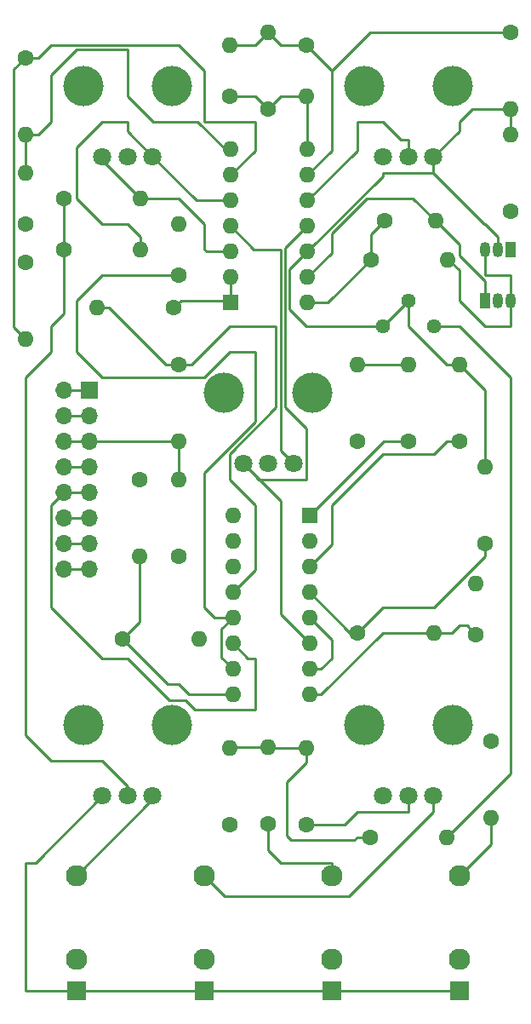
<source format=gtl>
%TF.GenerationSoftware,KiCad,Pcbnew,(6.0.7)*%
%TF.CreationDate,2022-08-28T16:32:12+02:00*%
%TF.ProjectId,filter,66696c74-6572-42e6-9b69-6361645f7063,rev?*%
%TF.SameCoordinates,Original*%
%TF.FileFunction,Copper,L1,Top*%
%TF.FilePolarity,Positive*%
%FSLAX46Y46*%
G04 Gerber Fmt 4.6, Leading zero omitted, Abs format (unit mm)*
G04 Created by KiCad (PCBNEW (6.0.7)) date 2022-08-28 16:32:12*
%MOMM*%
%LPD*%
G01*
G04 APERTURE LIST*
%TA.AperFunction,ComponentPad*%
%ADD10O,1.600000X1.600000*%
%TD*%
%TA.AperFunction,ComponentPad*%
%ADD11R,1.600000X1.600000*%
%TD*%
%TA.AperFunction,WasherPad*%
%ADD12C,4.000000*%
%TD*%
%TA.AperFunction,ComponentPad*%
%ADD13C,1.800000*%
%TD*%
%TA.AperFunction,ComponentPad*%
%ADD14C,1.600000*%
%TD*%
%TA.AperFunction,ComponentPad*%
%ADD15R,1.930000X1.830000*%
%TD*%
%TA.AperFunction,ComponentPad*%
%ADD16C,2.130000*%
%TD*%
%TA.AperFunction,ComponentPad*%
%ADD17O,1.050000X1.500000*%
%TD*%
%TA.AperFunction,ComponentPad*%
%ADD18R,1.050000X1.500000*%
%TD*%
%TA.AperFunction,ComponentPad*%
%ADD19O,1.700000X1.700000*%
%TD*%
%TA.AperFunction,ComponentPad*%
%ADD20R,1.700000X1.700000*%
%TD*%
%TA.AperFunction,ComponentPad*%
%ADD21C,1.440000*%
%TD*%
%TA.AperFunction,Conductor*%
%ADD22C,0.250000*%
%TD*%
G04 APERTURE END LIST*
D10*
X144874245Y-77149368D03*
X144874245Y-74609368D03*
X144874245Y-72069368D03*
X144874245Y-69529368D03*
X144874245Y-66989368D03*
X144874245Y-64449368D03*
X144874245Y-61909368D03*
X137254245Y-61909368D03*
X137254245Y-64449368D03*
X137254245Y-66989368D03*
X137254245Y-69529368D03*
X137254245Y-72069368D03*
X137254245Y-74609368D03*
D11*
X137254245Y-77149368D03*
D12*
X150540000Y-119130000D03*
X159340000Y-119130000D03*
D13*
X157440000Y-126130000D03*
X154940000Y-126130000D03*
X152440000Y-126130000D03*
D10*
X116840000Y-64200000D03*
D14*
X116840000Y-69280000D03*
D10*
X158858077Y-72858635D03*
D14*
X151238077Y-72858635D03*
D12*
X150540000Y-55630000D03*
X159340000Y-55630000D03*
D13*
X157440000Y-62630000D03*
X154940000Y-62630000D03*
X152440000Y-62630000D03*
D10*
X134174436Y-110518109D03*
D14*
X126554436Y-110518109D03*
D10*
X149860000Y-83250000D03*
D14*
X149860000Y-90870000D03*
D12*
X131400000Y-55630000D03*
X122600000Y-55630000D03*
D13*
X129500000Y-62630000D03*
X127000000Y-62630000D03*
X124500000Y-62630000D03*
D10*
X128270000Y-71820000D03*
D14*
X120650000Y-71820000D03*
D10*
X165100000Y-60390000D03*
D14*
X165100000Y-68010000D03*
D10*
X140970000Y-50230000D03*
D14*
X140970000Y-57850000D03*
D10*
X160020000Y-83250000D03*
D14*
X160020000Y-90870000D03*
D10*
X128270000Y-66740000D03*
D14*
X120650000Y-66740000D03*
D15*
X160020000Y-145480000D03*
D16*
X160020000Y-134080000D03*
X160020000Y-142380000D03*
D10*
X137160000Y-51500000D03*
D14*
X137160000Y-56580000D03*
D10*
X161698385Y-105026821D03*
D14*
X161698385Y-110106821D03*
D10*
X132080000Y-90870000D03*
D14*
X132080000Y-83250000D03*
D10*
X128255709Y-102378654D03*
D14*
X128255709Y-94758654D03*
D10*
X124012500Y-77609507D03*
D14*
X131632500Y-77609507D03*
X144780000Y-128970000D03*
D10*
X144780000Y-121350000D03*
X163160436Y-128350509D03*
D14*
X163160436Y-120730509D03*
D10*
X157654806Y-68989162D03*
D14*
X152574806Y-68989162D03*
X137160000Y-128970000D03*
D10*
X137160000Y-121350000D03*
D12*
X131400000Y-119130000D03*
X122600000Y-119130000D03*
D13*
X129500000Y-126130000D03*
X127000000Y-126130000D03*
X124500000Y-126130000D03*
D14*
X151130000Y-130240000D03*
D10*
X158750000Y-130240000D03*
X132080000Y-94680000D03*
D14*
X132080000Y-102300000D03*
D15*
X147320000Y-145480000D03*
D16*
X147320000Y-134080000D03*
X147320000Y-142380000D03*
D15*
X134620000Y-145480000D03*
D16*
X134620000Y-134080000D03*
X134620000Y-142380000D03*
D12*
X136606702Y-86110000D03*
X145406702Y-86110000D03*
D13*
X143506702Y-93110000D03*
X141006702Y-93110000D03*
X138506702Y-93110000D03*
D14*
X140983490Y-128894692D03*
D10*
X140983490Y-121274692D03*
X157480000Y-109920000D03*
D14*
X149860000Y-109920000D03*
D10*
X116840000Y-80710000D03*
D14*
X116840000Y-73090000D03*
D10*
X165100000Y-57850000D03*
D14*
X165100000Y-50230000D03*
D10*
X154940000Y-83250000D03*
D14*
X154940000Y-90870000D03*
D10*
X144780000Y-56580000D03*
D14*
X144780000Y-51500000D03*
D10*
X132080000Y-69280000D03*
D14*
X132080000Y-74360000D03*
X116840000Y-52770000D03*
D10*
X116840000Y-60390000D03*
X162560000Y-93410000D03*
D14*
X162560000Y-101030000D03*
D15*
X121920000Y-145480000D03*
D16*
X121920000Y-134080000D03*
X121920000Y-142380000D03*
D17*
X162560000Y-71820000D03*
X163830000Y-71820000D03*
D18*
X165100000Y-71820000D03*
D19*
X120655000Y-103585000D03*
X123195000Y-103585000D03*
X120655000Y-101045000D03*
X123195000Y-101045000D03*
X120655000Y-98505000D03*
X123195000Y-98505000D03*
X120655000Y-95965000D03*
X123195000Y-95965000D03*
X120655000Y-93425000D03*
X123195000Y-93425000D03*
X120655000Y-90885000D03*
X123195000Y-90885000D03*
X120655000Y-88345000D03*
X123195000Y-88345000D03*
X120655000Y-85805000D03*
D20*
X123195000Y-85805000D03*
D10*
X137502602Y-98256647D03*
X137502602Y-100796647D03*
X137502602Y-103336647D03*
X137502602Y-105876647D03*
X137502602Y-108416647D03*
X137502602Y-110956647D03*
X137502602Y-113496647D03*
X137502602Y-116036647D03*
X145122602Y-116036647D03*
X145122602Y-113496647D03*
X145122602Y-110956647D03*
X145122602Y-108416647D03*
X145122602Y-105876647D03*
X145122602Y-103336647D03*
X145122602Y-100796647D03*
D11*
X145122602Y-98256647D03*
D21*
X152400000Y-79440000D03*
X154940000Y-76900000D03*
X157480000Y-79440000D03*
D17*
X165100000Y-76900000D03*
X163830000Y-76900000D03*
D18*
X162560000Y-76900000D03*
D22*
X154940000Y-62630000D02*
X154940000Y-60960000D01*
X160811564Y-109220000D02*
X160020000Y-109220000D01*
X161698385Y-110106821D02*
X160811564Y-109220000D01*
X160020000Y-109220000D02*
X159320000Y-109920000D01*
X159320000Y-109920000D02*
X157480000Y-109920000D01*
X154240000Y-60960000D02*
X154940000Y-60960000D01*
X152400000Y-59120000D02*
X154240000Y-60960000D01*
X141790000Y-79440000D02*
X137160000Y-79440000D01*
X132080000Y-83250000D02*
X133350000Y-83250000D01*
X133350000Y-83250000D02*
X137160000Y-79440000D01*
X125169507Y-77609507D02*
X130810000Y-83250000D01*
X130810000Y-83250000D02*
X132080000Y-83250000D01*
X134620000Y-84520000D02*
X137160000Y-81980000D01*
X137160000Y-81980000D02*
X139700000Y-81980000D01*
X121920000Y-76900000D02*
X121920000Y-81980000D01*
X124460000Y-74360000D02*
X121920000Y-76900000D01*
X121920000Y-81980000D02*
X124460000Y-84520000D01*
X124460000Y-84520000D02*
X134620000Y-84520000D01*
X124012500Y-77609507D02*
X125169507Y-77609507D01*
X131632500Y-77609507D02*
X132342007Y-76900000D01*
X132342007Y-76900000D02*
X137004877Y-76900000D01*
X124460000Y-112460000D02*
X119380000Y-107380000D01*
X132775001Y-116615912D02*
X131155912Y-116615912D01*
X131155912Y-116615912D02*
X127000000Y-112460000D01*
X139700000Y-117540000D02*
X133699089Y-117540000D01*
X139005955Y-112460000D02*
X139700000Y-112460000D01*
X127000000Y-112460000D02*
X124460000Y-112460000D01*
X133699089Y-117540000D02*
X132775001Y-116615912D01*
X137502602Y-110956647D02*
X139005955Y-112460000D01*
X119380000Y-107380000D02*
X119380000Y-97220000D01*
X139700000Y-112460000D02*
X139700000Y-117540000D01*
X119380000Y-97220000D02*
X119400000Y-97220000D01*
X119400000Y-97220000D02*
X120655000Y-95965000D01*
X128255709Y-102378654D02*
X128255709Y-108816836D01*
X128255709Y-108816836D02*
X126554436Y-110518109D01*
X120655000Y-103585000D02*
X123195000Y-103585000D01*
X120655000Y-101045000D02*
X123195000Y-101045000D01*
X120655000Y-98505000D02*
X123195000Y-98505000D01*
X120655000Y-95965000D02*
X123195000Y-95965000D01*
X120655000Y-93425000D02*
X123195000Y-93425000D01*
X120655000Y-88345000D02*
X123195000Y-88345000D01*
X120655000Y-85805000D02*
X123195000Y-85805000D01*
X123195000Y-90885000D02*
X132065000Y-90885000D01*
X120655000Y-90885000D02*
X123195000Y-90885000D01*
X132080000Y-90870000D02*
X132080000Y-94680000D01*
X131036327Y-115000000D02*
X132080000Y-115000000D01*
X126554436Y-110518109D02*
X131036327Y-115000000D01*
X132080000Y-115000000D02*
X133116647Y-116036647D01*
X133116647Y-116036647D02*
X137502602Y-116036647D01*
X116840000Y-84520000D02*
X116840000Y-120080000D01*
X116840000Y-120080000D02*
X119380000Y-122620000D01*
X120650000Y-71820000D02*
X120650000Y-78170000D01*
X119380000Y-79440000D02*
X119380000Y-81980000D01*
X120650000Y-78170000D02*
X119380000Y-79440000D01*
X119380000Y-81980000D02*
X116840000Y-84520000D01*
X124460000Y-122620000D02*
X127000000Y-125160000D01*
X119380000Y-122620000D02*
X124460000Y-122620000D01*
X127000000Y-125160000D02*
X127000000Y-126130000D01*
X132080000Y-74360000D02*
X124460000Y-74360000D01*
X139700000Y-81980000D02*
X139700000Y-88963604D01*
X134620000Y-94043604D02*
X134620000Y-107380000D01*
X139700000Y-88963604D02*
X134620000Y-94043604D01*
X134620000Y-107380000D02*
X135656647Y-108416647D01*
X135656647Y-108416647D02*
X137502602Y-108416647D01*
X157480000Y-107380000D02*
X152400000Y-107380000D01*
X162560000Y-101030000D02*
X162560000Y-102300000D01*
X162560000Y-102300000D02*
X157480000Y-107380000D01*
X152400000Y-107380000D02*
X149860000Y-109920000D01*
X160020000Y-83250000D02*
X162560000Y-85790000D01*
X162560000Y-85790000D02*
X162560000Y-93410000D01*
X152400000Y-92140000D02*
X157480000Y-92140000D01*
X147320000Y-97220000D02*
X152400000Y-92140000D01*
X157480000Y-92140000D02*
X158750000Y-90870000D01*
X158750000Y-90870000D02*
X160020000Y-90870000D01*
X145122602Y-98256647D02*
X152509249Y-90870000D01*
X152509249Y-90870000D02*
X154940000Y-90870000D01*
X158750000Y-83250000D02*
X154940000Y-79440000D01*
X160020000Y-83250000D02*
X158750000Y-83250000D01*
X154940000Y-79440000D02*
X154940000Y-76900000D01*
X149860000Y-83250000D02*
X154940000Y-83250000D01*
X165100000Y-57850000D02*
X165100000Y-60390000D01*
X161290000Y-57850000D02*
X160020000Y-59120000D01*
X165100000Y-57850000D02*
X161290000Y-57850000D01*
X160020000Y-59120000D02*
X160020000Y-60050000D01*
X160020000Y-60050000D02*
X157440000Y-62630000D01*
X151130000Y-50230000D02*
X147320000Y-54040000D01*
X165100000Y-50230000D02*
X151130000Y-50230000D01*
X147320000Y-97220000D02*
X147320000Y-101139249D01*
X147320000Y-101139249D02*
X145122602Y-103336647D01*
X163160436Y-128350509D02*
X163160436Y-130939564D01*
X163160436Y-130939564D02*
X160020000Y-134080000D01*
X145122602Y-116036647D02*
X146283353Y-116036647D01*
X146283353Y-116036647D02*
X152400000Y-109920000D01*
X152400000Y-109920000D02*
X157480000Y-109920000D01*
X145122602Y-105876647D02*
X149165955Y-109920000D01*
X149165955Y-109920000D02*
X149860000Y-109920000D01*
X138506702Y-93110000D02*
X142240000Y-96843298D01*
X142240000Y-96843298D02*
X142240000Y-108074045D01*
X142240000Y-108074045D02*
X145122602Y-110956647D01*
X147320000Y-110614045D02*
X147320000Y-112460000D01*
X145122602Y-108416647D02*
X147320000Y-110614045D01*
X147320000Y-112460000D02*
X146283353Y-113496647D01*
X146283353Y-113496647D02*
X145122602Y-113496647D01*
X137502602Y-108416647D02*
X136377602Y-109541647D01*
X136377602Y-109541647D02*
X136377602Y-112371647D01*
X136377602Y-112371647D02*
X137502602Y-113496647D01*
X116840000Y-52770000D02*
X115715000Y-53895000D01*
X115715000Y-53895000D02*
X115715000Y-79585000D01*
X115715000Y-79585000D02*
X116840000Y-80710000D01*
X138506702Y-93110000D02*
X140076702Y-94680000D01*
X142690000Y-87510000D02*
X142690000Y-71713613D01*
X140076702Y-94680000D02*
X144780000Y-94680000D01*
X142690000Y-71713613D02*
X144874245Y-69529368D01*
X144780000Y-94680000D02*
X144780000Y-89600000D01*
X144780000Y-89600000D02*
X142690000Y-87510000D01*
X137502602Y-105876647D02*
X139700000Y-103679249D01*
X139700000Y-103679249D02*
X139700000Y-97220000D01*
X141790000Y-87510000D02*
X141790000Y-79440000D01*
X139700000Y-97220000D02*
X137160000Y-94680000D01*
X137160000Y-92140000D02*
X141790000Y-87510000D01*
X137160000Y-94680000D02*
X137160000Y-92140000D01*
X128270000Y-66740000D02*
X124500000Y-62970000D01*
X134620000Y-69280000D02*
X134620000Y-71820000D01*
X132080000Y-66740000D02*
X134620000Y-69280000D01*
X128270000Y-66740000D02*
X132080000Y-66740000D01*
X134620000Y-71820000D02*
X134869368Y-72069368D01*
X134869368Y-72069368D02*
X137254245Y-72069368D01*
X124460000Y-59120000D02*
X127000000Y-59120000D01*
X124460000Y-69280000D02*
X121920000Y-66740000D01*
X121920000Y-66740000D02*
X121920000Y-61660000D01*
X128270000Y-70550000D02*
X127000000Y-69280000D01*
X128270000Y-71820000D02*
X128270000Y-70550000D01*
X127000000Y-69280000D02*
X124460000Y-69280000D01*
X121920000Y-61660000D02*
X124460000Y-59120000D01*
X127000000Y-59120000D02*
X127000000Y-60130000D01*
X127000000Y-60130000D02*
X129500000Y-62630000D01*
X120650000Y-66740000D02*
X120650000Y-71820000D01*
X116840000Y-60390000D02*
X116840000Y-64200000D01*
X136772972Y-61909368D02*
X133983604Y-59120000D01*
X119380000Y-59120000D02*
X118110000Y-60390000D01*
X133983604Y-59120000D02*
X129540000Y-59120000D01*
X121920000Y-51950000D02*
X119380000Y-54490000D01*
X129540000Y-59120000D02*
X127000000Y-56580000D01*
X127000000Y-56580000D02*
X127000000Y-51950000D01*
X127000000Y-51950000D02*
X121920000Y-51950000D01*
X118110000Y-60390000D02*
X116840000Y-60390000D01*
X119380000Y-54490000D02*
X119380000Y-59120000D01*
X116840000Y-52770000D02*
X118110000Y-52770000D01*
X134620000Y-59120000D02*
X139700000Y-59120000D01*
X118110000Y-52770000D02*
X119380000Y-51500000D01*
X132080000Y-51500000D02*
X134620000Y-54040000D01*
X119380000Y-51500000D02*
X132080000Y-51500000D01*
X134620000Y-54040000D02*
X134620000Y-59120000D01*
X139700000Y-59120000D02*
X139700000Y-62003613D01*
X139700000Y-62003613D02*
X137254245Y-64449368D01*
X129500000Y-62630000D02*
X133859368Y-66989368D01*
X133859368Y-66989368D02*
X137254245Y-66989368D01*
X137254245Y-74609368D02*
X137254245Y-77149368D01*
X157480000Y-79440000D02*
X160020000Y-79440000D01*
X160020000Y-79440000D02*
X165100000Y-84520000D01*
X165100000Y-84520000D02*
X165100000Y-123890000D01*
X165100000Y-123890000D02*
X158750000Y-130240000D01*
X162560000Y-79440000D02*
X165100000Y-79440000D01*
X160020000Y-73897270D02*
X160020000Y-76900000D01*
X158981365Y-72858635D02*
X160020000Y-73897270D01*
X160020000Y-76900000D02*
X162560000Y-79440000D01*
X165100000Y-79440000D02*
X165100000Y-76900000D01*
X162560000Y-76900000D02*
X162560000Y-74996396D01*
X162560000Y-74996396D02*
X160020000Y-72456396D01*
X160020000Y-71354356D02*
X157654806Y-68989162D01*
X160020000Y-72456396D02*
X160020000Y-71354356D01*
X144874245Y-72069368D02*
X143140000Y-73803613D01*
X143140000Y-77800000D02*
X144780000Y-79440000D01*
X143140000Y-73803613D02*
X143140000Y-77800000D01*
X144780000Y-79440000D02*
X152400000Y-79440000D01*
X152400000Y-79440000D02*
X154940000Y-76900000D01*
X151238077Y-72858635D02*
X151238077Y-70325891D01*
X151238077Y-70325891D02*
X152574806Y-68989162D01*
X144874245Y-74609368D02*
X147320000Y-72163613D01*
X147320000Y-72163613D02*
X147320000Y-70260009D01*
X147320000Y-70260009D02*
X150840009Y-66740000D01*
X150840009Y-66740000D02*
X155405644Y-66740000D01*
X155405644Y-66740000D02*
X157654806Y-68989162D01*
X144874245Y-77149368D02*
X146947344Y-77149368D01*
X146947344Y-77149368D02*
X151238077Y-72858635D01*
X152400000Y-64543613D02*
X152400000Y-64200000D01*
X144874245Y-72069368D02*
X152400000Y-64543613D01*
X152400000Y-64200000D02*
X157400000Y-64200000D01*
X157400000Y-64200000D02*
X157440000Y-64240000D01*
X144874245Y-66989368D02*
X149860000Y-62003613D01*
X149860000Y-62003613D02*
X149860000Y-59120000D01*
X149860000Y-59120000D02*
X152400000Y-59120000D01*
X147320000Y-62003613D02*
X147320000Y-54040000D01*
X144874245Y-64449368D02*
X147320000Y-62003613D01*
X147320000Y-54040000D02*
X144780000Y-51500000D01*
X144874245Y-61909368D02*
X144874245Y-56674245D01*
X162560000Y-74360000D02*
X165100000Y-74360000D01*
X162560000Y-71820000D02*
X162560000Y-74360000D01*
X165100000Y-74360000D02*
X165100000Y-76900000D01*
X162480000Y-69280000D02*
X162560000Y-69280000D01*
X157440000Y-64240000D02*
X162480000Y-69280000D01*
X162560000Y-69280000D02*
X163830000Y-70550000D01*
X163830000Y-70550000D02*
X163830000Y-71820000D01*
X157440000Y-64240000D02*
X157440000Y-62630000D01*
X140970000Y-50230000D02*
X142240000Y-51500000D01*
X142240000Y-51500000D02*
X144780000Y-51500000D01*
X137160000Y-51500000D02*
X139700000Y-51500000D01*
X139700000Y-51500000D02*
X140970000Y-50230000D01*
X140970000Y-57850000D02*
X142240000Y-56580000D01*
X142240000Y-56580000D02*
X144780000Y-56580000D01*
X137160000Y-56580000D02*
X139700000Y-56580000D01*
X139700000Y-56580000D02*
X140970000Y-57850000D01*
X143506702Y-93110000D02*
X142240000Y-91843298D01*
X142240000Y-91843298D02*
X142240000Y-71820000D01*
X142240000Y-71820000D02*
X139544877Y-71820000D01*
X139544877Y-71820000D02*
X137254245Y-69529368D01*
X149860000Y-127700000D02*
X154940000Y-127700000D01*
X144780000Y-128970000D02*
X148590000Y-128970000D01*
X148590000Y-128970000D02*
X149860000Y-127700000D01*
X154940000Y-127700000D02*
X154940000Y-126130000D01*
X116840000Y-132780000D02*
X116840000Y-145480000D01*
X124500000Y-126130000D02*
X117850000Y-132780000D01*
X117850000Y-132780000D02*
X116840000Y-132780000D01*
X116840000Y-145480000D02*
X121920000Y-145480000D01*
X121920000Y-134080000D02*
X129500000Y-126500000D01*
X142240000Y-132780000D02*
X147320000Y-132780000D01*
X140983490Y-128894692D02*
X140983490Y-131523490D01*
X140983490Y-131523490D02*
X142240000Y-132780000D01*
X147320000Y-132780000D02*
X147320000Y-134080000D01*
X143292840Y-130569955D02*
X149530045Y-130569955D01*
X144780000Y-122834859D02*
X142869251Y-124745608D01*
X144780000Y-121350000D02*
X144780000Y-122834859D01*
X142869251Y-124745608D02*
X142869251Y-130146366D01*
X149860000Y-130240000D02*
X151130000Y-130240000D01*
X149530045Y-130569955D02*
X149860000Y-130240000D01*
X142869251Y-130146366D02*
X143292840Y-130569955D01*
X147320000Y-145480000D02*
X160020000Y-145480000D01*
X134620000Y-145480000D02*
X147320000Y-145480000D01*
X121920000Y-145480000D02*
X134620000Y-145480000D01*
X134620000Y-134080000D02*
X136643316Y-136103316D01*
X149076684Y-136103316D02*
X157440000Y-127740000D01*
X136643316Y-136103316D02*
X149076684Y-136103316D01*
X157440000Y-127740000D02*
X157440000Y-126130000D01*
X140983490Y-121274692D02*
X137235308Y-121274692D01*
X144780000Y-121350000D02*
X141058798Y-121350000D01*
M02*

</source>
